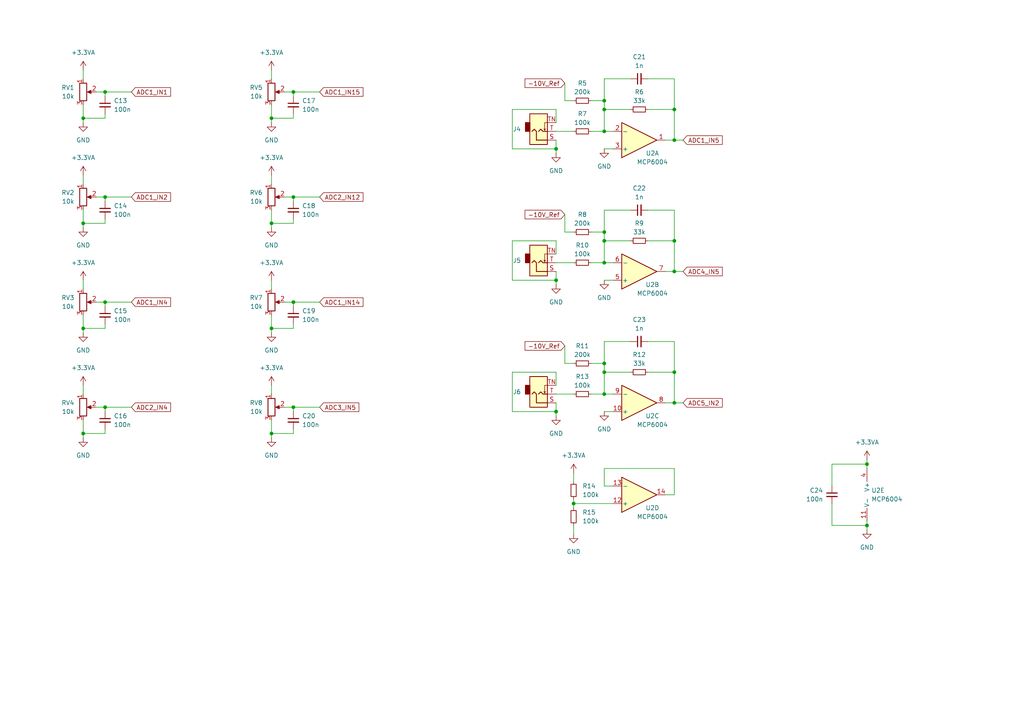
<source format=kicad_sch>
(kicad_sch (version 20230121) (generator eeschema)
  (paper "A4")
  (title_block (title "STM32 Analog Breakout") (date "2024-01-17") (rev "A"))
  (lib_symbols
    (symbol "Amplifier_Operational:MCP6004" (pin_names (offset 0.127))
      (property "Reference" "U" (at 0 5.08 0))
      (property "Value" "MCP6004" (at 0 -5.08 0))
      (symbol "MCP6004_1_1"
        (polyline (pts (xy -5.08 5.08) (xy 5.08 0) (xy -5.08 -5.08) (xy -5.08 5.08)) (stroke (width 0.254)) (fill (type background)))
        (pin output line (at 7.62 0 180) (length 2.54) (name "~") (number "1"))
        (pin input line (at -7.62 -2.54 0) (length 2.54) (name "-") (number "2"))
        (pin input line (at -7.62 2.54 0) (length 2.54) (name "+") (number "3"))
      )
      (symbol "MCP6004_2_1"
        (polyline (pts (xy -5.08 5.08) (xy 5.08 0) (xy -5.08 -5.08) (xy -5.08 5.08)) (stroke (width 0.254)) (fill (type background)))
        (pin input line (at -7.62 2.54 0) (length 2.54) (name "+") (number "5"))
        (pin input line (at -7.62 -2.54 0) (length 2.54) (name "-") (number "6"))
        (pin output line (at 7.62 0 180) (length 2.54) (name "~") (number "7"))
      )
      (symbol "MCP6004_3_1"
        (polyline (pts (xy -5.08 5.08) (xy 5.08 0) (xy -5.08 -5.08) (xy -5.08 5.08)) (stroke (width 0.254)) (fill (type background)))
        (pin input line (at -7.62 2.54 0) (length 2.54) (name "+") (number "10"))
        (pin output line (at 7.62 0 180) (length 2.54) (name "~") (number "8"))
        (pin input line (at -7.62 -2.54 0) (length 2.54) (name "-") (number "9"))
      )
      (symbol "MCP6004_4_1"
        (polyline (pts (xy -5.08 5.08) (xy 5.08 0) (xy -5.08 -5.08) (xy -5.08 5.08)) (stroke (width 0.254)) (fill (type background)))
        (pin input line (at -7.62 2.54 0) (length 2.54) (name "+") (number "12"))
        (pin input line (at -7.62 -2.54 0) (length 2.54) (name "-") (number "13"))
        (pin output line (at 7.62 0 180) (length 2.54) (name "~") (number "14"))
      )
      (symbol "MCP6004_5_1"
        (pin power_in line (at -2.54 -7.62 90) (length 3.81) (name "V-") (number "11"))
        (pin power_in line (at -2.54 7.62 270) (length 3.81) (name "V+") (number "4"))
      )
    )
    (symbol "Connector_Audio:AudioJack2_SwitchT"
      (property "Reference" "J" (at 0 8.89 0))
      (property "Value" "AudioJack2_SwitchT" (at 0 6.35 0))
      (symbol "AudioJack2_SwitchT_0_1"
        (rectangle (start -2.54 0) (end -3.81 -2.54) (stroke (width 0.254)) (fill (type outline)))
        (polyline (pts (xy 1.778 -0.254) (xy 2.032 -0.762)))
        (polyline (pts (xy 0 0) (xy 0.635 -0.635) (xy 1.27 0) (xy 2.54 0)) (stroke (width 0.254)))
        (polyline (pts (xy 2.54 -2.54) (xy 1.778 -2.54) (xy 1.778 -0.254) (xy 1.524 -0.762)))
        (polyline (pts (xy 2.54 2.54) (xy -0.635 2.54) (xy -0.635 0) (xy -1.27 -0.635) (xy -1.905 0)) (stroke (width 0.254)))
        (rectangle (start 2.54 3.81) (end -2.54 -5.08) (stroke (width 0.254)) (fill (type background)))
      )
      (symbol "AudioJack2_SwitchT_1_1"
        (pin passive line (at 5.08 2.54 180) (length 2.54) (name "~") (number "S"))
        (pin passive line (at 5.08 0 180) (length 2.54) (name "~") (number "T"))
        (pin passive line (at 5.08 -2.54 180) (length 2.54) (name "~") (number "TN"))
      )
    )
    (symbol "Device:C_Small" (pin_numbers hide) (pin_names (offset 0.254) hide)
      (property "Reference" "C" (at 0.254 1.778 0))
      (property "Value" "C_Small" (at 0.254 -2.032 0))
      (symbol "C_Small_0_1"
        (polyline (pts (xy -1.524 -0.508) (xy 1.524 -0.508)) (stroke (width 0.3302)))
        (polyline (pts (xy -1.524 0.508) (xy 1.524 0.508)) (stroke (width 0.3048)))
      )
      (symbol "C_Small_1_1"
        (pin passive line (at 0 2.54 270) (length 2.032) (name "~") (number "1"))
        (pin passive line (at 0 -2.54 90) (length 2.032) (name "~") (number "2"))
      )
    )
    (symbol "Device:R_Potentiometer" (pin_names (offset 1.016) hide)
      (property "Reference" "RV" (at -4.445 0 90))
      (property "Value" "R_Potentiometer" (at -2.54 0 90))
      (symbol "R_Potentiometer_0_1"
        (polyline (pts (xy 2.54 0) (xy 1.524 0)))
        (polyline (pts (xy 1.143 0) (xy 2.286 0.508) (xy 2.286 -0.508) (xy 1.143 0)) (fill (type outline)))
        (rectangle (start 1.016 2.54) (end -1.016 -2.54) (stroke (width 0.254)))
      )
      (symbol "R_Potentiometer_1_1"
        (pin passive line (at 0 3.81 270) (length 1.27) (name "1") (number "1"))
        (pin passive line (at 3.81 0 180) (length 1.27) (name "2") (number "2"))
        (pin passive line (at 0 -3.81 90) (length 1.27) (name "3") (number "3"))
      )
    )
    (symbol "Device:R_Small" (pin_numbers hide) (pin_names (offset 0.254) hide)
      (property "Reference" "R" (at 0.762 0.508 0))
      (property "Value" "R_Small" (at 0.762 -1.016 0))
      (symbol "R_Small_0_1"
        (rectangle (start -0.762 1.778) (end 0.762 -1.778) (stroke (width 0.2032)))
      )
      (symbol "R_Small_1_1"
        (pin passive line (at 0 2.54 270) (length 0.762) (name "~") (number "1"))
        (pin passive line (at 0 -2.54 90) (length 0.762) (name "~") (number "2"))
      )
    )
    (symbol "power:+3.3VA" (power) (pin_names (offset 0))
      (property "Value" "+3.3VA" (at 0 3.556 0))
      (symbol "+3.3VA_0_1"
        (polyline (pts (xy -0.762 1.27) (xy 0 2.54)))
        (polyline (pts (xy 0 0) (xy 0 2.54)))
        (polyline (pts (xy 0 2.54) (xy 0.762 1.27)))
      )
      (symbol "+3.3VA_1_1"
        (pin power_in line (at 0 0 90) (length 0) hide (name "+3.3VA") (number "1"))
      )
    )
    (symbol "power:GND" (power) (pin_names (offset 0))
      (property "Value" "GND" (at 0 -3.81 0))
      (symbol "GND_0_1"
        (polyline (pts (xy 0 0) (xy 0 -1.27) (xy 1.27 -1.27) (xy 0 -2.54) (xy -1.27 -1.27) (xy 0 -1.27)))
      )
      (symbol "GND_1_1"
        (pin power_in line (at 0 0 270) (length 0) hide (name "GND") (number "1"))
      )
    )
  )
  (junction (at 161.29 119.38))
  (junction (at 195.58 69.85))
  (junction (at 175.26 29.21))
  (junction (at 161.29 43.18))
  (junction (at 30.48 57.15))
  (junction (at 85.09 26.67))
  (junction (at 78.74 95.25))
  (junction (at 175.26 31.75))
  (junction (at 175.26 107.95))
  (junction (at 161.29 81.28))
  (junction (at 195.58 107.95))
  (junction (at 195.58 116.84))
  (junction (at 195.58 40.64))
  (junction (at 85.09 57.15))
  (junction (at 195.58 78.74))
  (junction (at 175.26 67.31))
  (junction (at 78.74 125.73))
  (junction (at 30.48 118.11))
  (junction (at 251.46 134.62))
  (junction (at 30.48 26.67))
  (junction (at 175.26 114.3))
  (junction (at 24.13 34.29))
  (junction (at 166.37 146.05))
  (junction (at 175.26 105.41))
  (junction (at 175.26 76.2))
  (junction (at 24.13 64.77))
  (junction (at 30.48 87.63))
  (junction (at 78.74 34.29))
  (junction (at 175.26 38.1))
  (junction (at 85.09 87.63))
  (junction (at 85.09 118.11))
  (junction (at 24.13 125.73))
  (junction (at 175.26 69.85))
  (junction (at 24.13 95.25))
  (junction (at 195.58 31.75))
  (junction (at 78.74 64.77))
  (junction (at 251.46 152.4))
  (wire (pts (xy 175.26 69.85) (xy 182.88 69.85)))
  (wire (pts (xy 251.46 133.35) (xy 251.46 134.62)))
  (wire (pts (xy 24.13 50.8) (xy 24.13 53.34)))
  (wire (pts (xy 161.29 31.75) (xy 148.59 31.75)))
  (wire (pts (xy 195.58 40.64) (xy 198.12 40.64)))
  (wire (pts (xy 175.26 140.97) (xy 175.26 135.89)))
  (wire (pts (xy 24.13 30.48) (xy 24.13 34.29)))
  (wire (pts (xy 24.13 91.44) (xy 24.13 95.25)))
  (wire (pts (xy 175.26 135.89) (xy 195.58 135.89)))
  (wire (pts (xy 166.37 137.16) (xy 166.37 139.7)))
  (wire (pts (xy 195.58 116.84) (xy 193.04 116.84)))
  (wire (pts (xy 85.09 125.73) (xy 78.74 125.73)))
  (wire (pts (xy 30.48 125.73) (xy 24.13 125.73)))
  (wire (pts (xy 30.48 64.77) (xy 24.13 64.77)))
  (wire (pts (xy 148.59 31.75) (xy 148.59 43.18)))
  (wire (pts (xy 161.29 44.45) (xy 161.29 43.18)))
  (wire (pts (xy 24.13 125.73) (xy 24.13 127)))
  (wire (pts (xy 175.26 60.96) (xy 175.26 67.31)))
  (wire (pts (xy 163.83 67.31) (xy 166.37 67.31)))
  (wire (pts (xy 30.48 95.25) (xy 24.13 95.25)))
  (wire (pts (xy 85.09 63.5) (xy 85.09 64.77)))
  (wire (pts (xy 82.55 118.11) (xy 85.09 118.11)))
  (wire (pts (xy 30.48 57.15) (xy 30.48 58.42)))
  (wire (pts (xy 241.3 134.62) (xy 251.46 134.62)))
  (wire (pts (xy 30.48 118.11) (xy 30.48 119.38)))
  (wire (pts (xy 187.96 31.75) (xy 195.58 31.75)))
  (wire (pts (xy 195.58 31.75) (xy 195.58 40.64)))
  (wire (pts (xy 175.26 69.85) (xy 175.26 76.2)))
  (wire (pts (xy 161.29 40.64) (xy 161.29 43.18)))
  (wire (pts (xy 85.09 57.15) (xy 85.09 58.42)))
  (wire (pts (xy 163.83 62.23) (xy 163.83 67.31)))
  (wire (pts (xy 161.29 69.85) (xy 148.59 69.85)))
  (wire (pts (xy 78.74 121.92) (xy 78.74 125.73)))
  (wire (pts (xy 161.29 38.1) (xy 166.37 38.1)))
  (wire (pts (xy 187.96 60.96) (xy 195.58 60.96)))
  (wire (pts (xy 163.83 100.33) (xy 163.83 105.41)))
  (wire (pts (xy 161.29 78.74) (xy 161.29 81.28)))
  (wire (pts (xy 187.96 22.86) (xy 195.58 22.86)))
  (wire (pts (xy 175.26 105.41) (xy 175.26 107.95)))
  (wire (pts (xy 195.58 40.64) (xy 193.04 40.64)))
  (wire (pts (xy 78.74 81.28) (xy 78.74 83.82)))
  (wire (pts (xy 175.26 31.75) (xy 175.26 38.1)))
  (wire (pts (xy 195.58 60.96) (xy 195.58 69.85)))
  (wire (pts (xy 85.09 93.98) (xy 85.09 95.25)))
  (wire (pts (xy 24.13 111.76) (xy 24.13 114.3)))
  (wire (pts (xy 78.74 60.96) (xy 78.74 64.77)))
  (wire (pts (xy 27.94 26.67) (xy 30.48 26.67)))
  (wire (pts (xy 175.26 67.31) (xy 175.26 69.85)))
  (wire (pts (xy 195.58 78.74) (xy 198.12 78.74)))
  (wire (pts (xy 175.26 29.21) (xy 175.26 31.75)))
  (wire (pts (xy 175.26 76.2) (xy 177.8 76.2)))
  (wire (pts (xy 30.48 34.29) (xy 24.13 34.29)))
  (wire (pts (xy 148.59 119.38) (xy 161.29 119.38)))
  (wire (pts (xy 241.3 146.05) (xy 241.3 152.4)))
  (wire (pts (xy 171.45 67.31) (xy 175.26 67.31)))
  (wire (pts (xy 78.74 50.8) (xy 78.74 53.34)))
  (wire (pts (xy 195.58 22.86) (xy 195.58 31.75)))
  (wire (pts (xy 161.29 120.65) (xy 161.29 119.38)))
  (wire (pts (xy 175.26 114.3) (xy 177.8 114.3)))
  (wire (pts (xy 30.48 26.67) (xy 30.48 27.94)))
  (wire (pts (xy 175.26 38.1) (xy 177.8 38.1)))
  (wire (pts (xy 195.58 69.85) (xy 195.58 78.74)))
  (wire (pts (xy 78.74 111.76) (xy 78.74 114.3)))
  (wire (pts (xy 78.74 125.73) (xy 78.74 127)))
  (wire (pts (xy 85.09 34.29) (xy 78.74 34.29)))
  (wire (pts (xy 161.29 116.84) (xy 161.29 119.38)))
  (wire (pts (xy 78.74 91.44) (xy 78.74 95.25)))
  (wire (pts (xy 85.09 95.25) (xy 78.74 95.25)))
  (wire (pts (xy 148.59 69.85) (xy 148.59 81.28)))
  (wire (pts (xy 82.55 87.63) (xy 85.09 87.63)))
  (wire (pts (xy 175.26 22.86) (xy 175.26 29.21)))
  (wire (pts (xy 148.59 43.18) (xy 161.29 43.18)))
  (wire (pts (xy 78.74 20.32) (xy 78.74 22.86)))
  (wire (pts (xy 30.48 118.11) (xy 38.1 118.11)))
  (wire (pts (xy 161.29 82.55) (xy 161.29 81.28)))
  (wire (pts (xy 251.46 151.13) (xy 251.46 152.4)))
  (wire (pts (xy 171.45 105.41) (xy 175.26 105.41)))
  (wire (pts (xy 161.29 107.95) (xy 148.59 107.95)))
  (wire (pts (xy 166.37 146.05) (xy 177.8 146.05)))
  (wire (pts (xy 171.45 29.21) (xy 175.26 29.21)))
  (wire (pts (xy 166.37 152.4) (xy 166.37 154.94)))
  (wire (pts (xy 85.09 33.02) (xy 85.09 34.29)))
  (wire (pts (xy 163.83 105.41) (xy 166.37 105.41)))
  (wire (pts (xy 161.29 111.76) (xy 161.29 107.95)))
  (wire (pts (xy 163.83 29.21) (xy 166.37 29.21)))
  (wire (pts (xy 24.13 60.96) (xy 24.13 64.77)))
  (wire (pts (xy 85.09 64.77) (xy 78.74 64.77)))
  (wire (pts (xy 78.74 95.25) (xy 78.74 96.52)))
  (wire (pts (xy 187.96 99.06) (xy 195.58 99.06)))
  (wire (pts (xy 163.83 24.13) (xy 163.83 29.21)))
  (wire (pts (xy 175.26 43.18) (xy 177.8 43.18)))
  (wire (pts (xy 251.46 152.4) (xy 251.46 153.67)))
  (wire (pts (xy 78.74 34.29) (xy 78.74 35.56)))
  (wire (pts (xy 195.58 107.95) (xy 195.58 116.84)))
  (wire (pts (xy 195.58 78.74) (xy 193.04 78.74)))
  (wire (pts (xy 182.88 22.86) (xy 175.26 22.86)))
  (wire (pts (xy 187.96 69.85) (xy 195.58 69.85)))
  (wire (pts (xy 148.59 81.28) (xy 161.29 81.28)))
  (wire (pts (xy 182.88 60.96) (xy 175.26 60.96)))
  (wire (pts (xy 175.26 107.95) (xy 182.88 107.95)))
  (wire (pts (xy 85.09 124.46) (xy 85.09 125.73)))
  (wire (pts (xy 24.13 121.92) (xy 24.13 125.73)))
  (wire (pts (xy 241.3 152.4) (xy 251.46 152.4)))
  (wire (pts (xy 27.94 57.15) (xy 30.48 57.15)))
  (wire (pts (xy 30.48 57.15) (xy 38.1 57.15)))
  (wire (pts (xy 24.13 34.29) (xy 24.13 35.56)))
  (wire (pts (xy 30.48 124.46) (xy 30.48 125.73)))
  (wire (pts (xy 24.13 81.28) (xy 24.13 83.82)))
  (wire (pts (xy 85.09 87.63) (xy 85.09 88.9)))
  (wire (pts (xy 85.09 118.11) (xy 85.09 119.38)))
  (wire (pts (xy 175.26 31.75) (xy 182.88 31.75)))
  (wire (pts (xy 187.96 107.95) (xy 195.58 107.95)))
  (wire (pts (xy 78.74 64.77) (xy 78.74 66.04)))
  (wire (pts (xy 175.26 81.28) (xy 177.8 81.28)))
  (wire (pts (xy 82.55 57.15) (xy 85.09 57.15)))
  (wire (pts (xy 85.09 26.67) (xy 85.09 27.94)))
  (wire (pts (xy 177.8 140.97) (xy 175.26 140.97)))
  (wire (pts (xy 24.13 64.77) (xy 24.13 66.04)))
  (wire (pts (xy 30.48 26.67) (xy 38.1 26.67)))
  (wire (pts (xy 166.37 144.78) (xy 166.37 146.05)))
  (wire (pts (xy 30.48 87.63) (xy 38.1 87.63)))
  (wire (pts (xy 85.09 26.67) (xy 92.71 26.67)))
  (wire (pts (xy 27.94 87.63) (xy 30.48 87.63)))
  (wire (pts (xy 195.58 135.89) (xy 195.58 143.51)))
  (wire (pts (xy 171.45 38.1) (xy 175.26 38.1)))
  (wire (pts (xy 85.09 118.11) (xy 92.71 118.11)))
  (wire (pts (xy 82.55 26.67) (xy 85.09 26.67)))
  (wire (pts (xy 195.58 116.84) (xy 198.12 116.84)))
  (wire (pts (xy 175.26 99.06) (xy 175.26 105.41)))
  (wire (pts (xy 161.29 73.66) (xy 161.29 69.85)))
  (wire (pts (xy 30.48 93.98) (xy 30.48 95.25)))
  (wire (pts (xy 175.26 119.38) (xy 177.8 119.38)))
  (wire (pts (xy 166.37 146.05) (xy 166.37 147.32)))
  (wire (pts (xy 30.48 63.5) (xy 30.48 64.77)))
  (wire (pts (xy 161.29 76.2) (xy 166.37 76.2)))
  (wire (pts (xy 85.09 87.63) (xy 92.71 87.63)))
  (wire (pts (xy 195.58 99.06) (xy 195.58 107.95)))
  (wire (pts (xy 195.58 143.51) (xy 193.04 143.51)))
  (wire (pts (xy 30.48 33.02) (xy 30.48 34.29)))
  (wire (pts (xy 171.45 114.3) (xy 175.26 114.3)))
  (wire (pts (xy 85.09 57.15) (xy 92.71 57.15)))
  (wire (pts (xy 161.29 114.3) (xy 166.37 114.3)))
  (wire (pts (xy 251.46 134.62) (xy 251.46 135.89)))
  (wire (pts (xy 175.26 107.95) (xy 175.26 114.3)))
  (wire (pts (xy 78.74 30.48) (xy 78.74 34.29)))
  (wire (pts (xy 171.45 76.2) (xy 175.26 76.2)))
  (wire (pts (xy 24.13 20.32) (xy 24.13 22.86)))
  (wire (pts (xy 161.29 35.56) (xy 161.29 31.75)))
  (wire (pts (xy 241.3 140.97) (xy 241.3 134.62)))
  (wire (pts (xy 30.48 87.63) (xy 30.48 88.9)))
  (wire (pts (xy 27.94 118.11) (xy 30.48 118.11)))
  (wire (pts (xy 24.13 95.25) (xy 24.13 96.52)))
  (wire (pts (xy 182.88 99.06) (xy 175.26 99.06)))
  (wire (pts (xy 148.59 107.95) (xy 148.59 119.38)))
  (global_label "ADC1_IN4" (shape input) (at 38.1 87.63 0) (property "Intersheetrefs" "${INTERSHEET_REFS}" (effects hide)))
  (global_label "ADC1_IN2" (shape input) (at 38.1 57.15 0) (property "Intersheetrefs" "${INTERSHEET_REFS}" (effects hide)))
  (global_label "ADC1_IN5" (shape input) (at 198.12 40.64 0) (property "Intersheetrefs" "${INTERSHEET_REFS}" (effects hide)))
  (global_label "ADC4_IN5" (shape input) (at 198.12 78.74 0) (property "Intersheetrefs" "${INTERSHEET_REFS}" (effects hide)))
  (global_label "ADC5_IN2" (shape input) (at 198.12 116.84 0) (property "Intersheetrefs" "${INTERSHEET_REFS}" (effects hide)))
  (global_label "-10V_Ref" (shape input) (at 163.83 62.23 180) (property "Intersheetrefs" "${INTERSHEET_REFS}" (effects hide)))
  (global_label "ADC2_IN4" (shape input) (at 38.1 118.11 0) (property "Intersheetrefs" "${INTERSHEET_REFS}" (effects hide)))
  (global_label "ADC1_IN1" (shape input) (at 38.1 26.67 0) (property "Intersheetrefs" "${INTERSHEET_REFS}" (effects hide)))
  (global_label "-10V_Ref" (shape input) (at 163.83 24.13 180) (property "Intersheetrefs" "${INTERSHEET_REFS}" (effects hide)))
  (global_label "ADC1_IN14" (shape input) (at 92.71 87.63 0) (property "Intersheetrefs" "${INTERSHEET_REFS}" (effects hide)))
  (global_label "ADC3_IN5" (shape input) (at 92.71 118.11 0) (property "Intersheetrefs" "${INTERSHEET_REFS}" (effects hide)))
  (global_label "ADC2_IN12" (shape input) (at 92.71 57.15 0) (property "Intersheetrefs" "${INTERSHEET_REFS}" (effects hide)))
  (global_label "ADC1_IN15" (shape input) (at 92.71 26.67 0) (property "Intersheetrefs" "${INTERSHEET_REFS}" (effects hide)))
  (global_label "-10V_Ref" (shape input) (at 163.83 100.33 180) (property "Intersheetrefs" "${INTERSHEET_REFS}" (effects hide)))
  (symbol (lib_id "Device:C_Small") (at 30.48 91.44 0) (unit 1)
    (property "Reference" "C15" (at 33.02 90.1763 0) (effects (justify left)))
    (property "Value" "100n" (at 33.02 92.7163 0) (effects (justify left)))
    (property "Footprint" "Capacitor_SMD:C_0805_2012Metric_Pad1.18x1.45mm_HandSolder" (effects hide))
  )
  (symbol (lib_id "Device:R_Small") (at 185.42 107.95 90) (unit 1)
    (property "Reference" "R12" (at 185.42 102.87 90))
    (property "Value" "33k" (at 185.42 105.41 90))
    (property "Footprint" "Resistor_SMD:R_0805_2012Metric_Pad1.20x1.40mm_HandSolder" (effects hide))
  )
  (symbol (lib_id "Device:C_Small") (at 185.42 22.86 90) (unit 1)
    (property "Reference" "C21" (at 185.4263 16.51 90))
    (property "Value" "1n" (at 185.4263 19.05 90))
    (property "Footprint" "Capacitor_SMD:C_0805_2012Metric_Pad1.18x1.45mm_HandSolder" (effects hide))
  )
  (symbol (lib_id "power:GND") (at 175.26 43.18 0) (unit 1)
    (property "Reference" "#PWR0142" (effects hide))
    (property "Value" "GND" (at 175.26 48.26 0))
  )
  (symbol (lib_id "Device:R_Small") (at 166.37 149.86 180) (unit 1)
    (property "Reference" "R15" (at 168.91 148.59 0) (effects (justify right)))
    (property "Value" "100k" (at 168.91 151.13 0) (effects (justify right)))
    (property "Footprint" "Resistor_SMD:R_0805_2012Metric_Pad1.20x1.40mm_HandSolder" (effects hide))
  )
  (symbol (lib_id "power:GND") (at 161.29 82.55 0) (unit 1)
    (property "Reference" "#PWR0121" (effects hide))
    (property "Value" "GND" (at 161.29 87.63 0))
  )
  (symbol (lib_id "power:GND") (at 78.74 35.56 0) (unit 1)
    (property "Reference" "#PWR0132" (effects hide))
    (property "Value" "GND" (at 78.74 40.64 0))
  )
  (symbol (lib_id "Device:C_Small") (at 185.42 60.96 90) (unit 1)
    (property "Reference" "C22" (at 185.4263 54.61 90))
    (property "Value" "1n" (at 185.4263 57.15 90))
    (property "Footprint" "Capacitor_SMD:C_0805_2012Metric_Pad1.18x1.45mm_HandSolder" (effects hide))
  )
  (symbol (lib_id "Device:R_Small") (at 185.42 69.85 90) (unit 1)
    (property "Reference" "R9" (at 185.42 64.77 90))
    (property "Value" "33k" (at 185.42 67.31 90))
    (property "Footprint" "Resistor_SMD:R_0805_2012Metric_Pad1.20x1.40mm_HandSolder" (effects hide))
  )
  (symbol (lib_id "power:GND") (at 24.13 127 0) (unit 1)
    (property "Reference" "#PWR0139" (effects hide))
    (property "Value" "GND" (at 24.13 132.08 0))
  )
  (symbol (lib_id "Device:R_Potentiometer") (at 78.74 118.11 0) (unit 1)
    (property "Reference" "RV8" (at 76.2 116.84 0) (effects (justify right)))
    (property "Value" "10k" (at 76.2 119.38 0) (effects (justify right)))
    (property "Footprint" "Potentiometer_THT:Potentiometer_Alpha_RD901F-40-00D_Single_Vertical" (effects hide))
  )
  (symbol (lib_id "Device:R_Potentiometer") (at 78.74 26.67 0) (unit 1)
    (property "Reference" "RV5" (at 76.2 25.4 0) (effects (justify right)))
    (property "Value" "10k" (at 76.2 27.94 0) (effects (justify right)))
    (property "Footprint" "Potentiometer_THT:Potentiometer_Alpha_RD901F-40-00D_Single_Vertical" (effects hide))
  )
  (symbol (lib_id "Device:R_Small") (at 168.91 38.1 90) (unit 1)
    (property "Reference" "R7" (at 168.91 33.02 90))
    (property "Value" "100k" (at 168.91 35.56 90))
    (property "Footprint" "Resistor_SMD:R_0805_2012Metric_Pad1.20x1.40mm_HandSolder" (effects hide))
  )
  (symbol (lib_id "Device:R_Potentiometer") (at 24.13 57.15 0) (unit 1)
    (property "Reference" "RV2" (at 21.59 55.88 0) (effects (justify right)))
    (property "Value" "10k" (at 21.59 58.42 0) (effects (justify right)))
    (property "Footprint" "Potentiometer_THT:Potentiometer_Alpha_RD901F-40-00D_Single_Vertical" (effects hide))
  )
  (symbol (lib_id "Device:R_Small") (at 168.91 114.3 90) (unit 1)
    (property "Reference" "R13" (at 168.91 109.22 90))
    (property "Value" "100k" (at 168.91 111.76 90))
    (property "Footprint" "Resistor_SMD:R_0805_2012Metric_Pad1.20x1.40mm_HandSolder" (effects hide))
  )
  (symbol (lib_id "Amplifier_Operational:MCP6004") (at 185.42 40.64 0) (mirror x) (unit 1)
    (property "Reference" "U2" (at 189.23 44.45 0))
    (property "Value" "MCP6004" (at 189.23 46.99 0))
    (property "Footprint" "Package_SO:SOIC-14_3.9x8.7mm_P1.27mm" (effects hide))
    (property "Datasheet" "http://ww1.microchip.com/downloads/en/DeviceDoc/21733j.pdf" (effects hide))
  )
  (symbol (lib_id "power:+3.3VA") (at 251.46 133.35 0) (unit 1)
    (property "Reference" "#PWR0146" (effects hide))
    (property "Value" "+3.3VA" (at 251.46 128.27 0))
  )
  (symbol (lib_id "Device:R_Potentiometer") (at 78.74 57.15 0) (unit 1)
    (property "Reference" "RV6" (at 76.2 55.88 0) (effects (justify right)))
    (property "Value" "10k" (at 76.2 58.42 0) (effects (justify right)))
    (property "Footprint" "Potentiometer_THT:Potentiometer_Alpha_RD901F-40-00D_Single_Vertical" (effects hide))
  )
  (symbol (lib_id "power:GND") (at 161.29 44.45 0) (unit 1)
    (property "Reference" "#PWR0140" (effects hide))
    (property "Value" "GND" (at 161.29 49.53 0))
  )
  (symbol (lib_id "power:GND") (at 24.13 96.52 0) (unit 1)
    (property "Reference" "#PWR0136" (effects hide))
    (property "Value" "GND" (at 24.13 101.6 0))
  )
  (symbol (lib_id "Device:R_Potentiometer") (at 24.13 118.11 0) (unit 1)
    (property "Reference" "RV4" (at 21.59 116.84 0) (effects (justify right)))
    (property "Value" "10k" (at 21.59 119.38 0) (effects (justify right)))
    (property "Footprint" "Potentiometer_THT:Potentiometer_Alpha_RD901F-40-00D_Single_Vertical" (effects hide))
  )
  (symbol (lib_id "Device:C_Small") (at 185.42 99.06 90) (unit 1)
    (property "Reference" "C23" (at 185.4263 92.71 90))
    (property "Value" "1n" (at 185.4263 95.25 90))
    (property "Footprint" "Capacitor_SMD:C_0805_2012Metric_Pad1.18x1.45mm_HandSolder" (effects hide))
  )
  (symbol (lib_id "power:+3.3VA") (at 24.13 20.32 0) (unit 1)
    (property "Reference" "#PWR0135" (effects hide))
    (property "Value" "+3.3VA" (at 24.13 15.24 0))
  )
  (symbol (lib_id "power:GND") (at 78.74 127 0) (unit 1)
    (property "Reference" "#PWR0147" (effects hide))
    (property "Value" "GND" (at 78.74 132.08 0))
  )
  (symbol (lib_id "power:GND") (at 24.13 35.56 0) (unit 1)
    (property "Reference" "#PWR0128" (effects hide))
    (property "Value" "GND" (at 24.13 40.64 0))
  )
  (symbol (lib_id "Amplifier_Operational:MCP6004") (at 185.42 143.51 0) (mirror x) (unit 4)
    (property "Reference" "U2" (at 189.23 147.32 0))
    (property "Value" "MCP6004" (at 189.23 149.86 0))
    (property "Footprint" "Package_SO:SOIC-14_3.9x8.7mm_P1.27mm" (effects hide))
    (property "Datasheet" "http://ww1.microchip.com/downloads/en/DeviceDoc/21733j.pdf" (effects hide))
  )
  (symbol (lib_id "Amplifier_Operational:MCP6004") (at 185.42 116.84 0) (mirror x) (unit 3)
    (property "Reference" "U2" (at 189.23 120.65 0))
    (property "Value" "MCP6004" (at 189.23 123.19 0))
    (property "Footprint" "Package_SO:SOIC-14_3.9x8.7mm_P1.27mm" (effects hide))
    (property "Datasheet" "http://ww1.microchip.com/downloads/en/DeviceDoc/21733j.pdf" (effects hide))
  )
  (symbol (lib_id "Connector_Audio:AudioJack2_SwitchT") (at 156.21 114.3 0) (mirror x) (unit 1)
    (property "Reference" "J6" (at 151.13 113.665 0) (effects (justify right)))
    (property "Value" "AudioJack2_SwitchT" (effects hide))
    (property "Footprint" "davidstalnaker:Jack_3.5mm_Thonkiconn_Tight" (effects hide))
  )
  (symbol (lib_id "Device:R_Small") (at 166.37 142.24 180) (unit 1)
    (property "Reference" "R14" (at 168.91 140.97 0) (effects (justify right)))
    (property "Value" "100k" (at 168.91 143.51 0) (effects (justify right)))
    (property "Footprint" "Resistor_SMD:R_0805_2012Metric_Pad1.20x1.40mm_HandSolder" (effects hide))
  )
  (symbol (lib_id "Device:C_Small") (at 85.09 60.96 0) (unit 1)
    (property "Reference" "C18" (at 87.63 59.6963 0) (effects (justify left)))
    (property "Value" "100n" (at 87.63 62.2363 0) (effects (justify left)))
    (property "Footprint" "Capacitor_SMD:C_0805_2012Metric_Pad1.18x1.45mm_HandSolder" (effects hide))
  )
  (symbol (lib_id "Device:R_Potentiometer") (at 78.74 87.63 0) (unit 1)
    (property "Reference" "RV7" (at 76.2 86.36 0) (effects (justify right)))
    (property "Value" "10k" (at 76.2 88.9 0) (effects (justify right)))
    (property "Footprint" "Potentiometer_THT:Potentiometer_Alpha_RD901F-40-00D_Single_Vertical" (effects hide))
  )
  (symbol (lib_id "power:GND") (at 161.29 120.65 0) (unit 1)
    (property "Reference" "#PWR0123" (effects hide))
    (property "Value" "GND" (at 161.29 125.73 0))
  )
  (symbol (lib_id "Device:C_Small") (at 30.48 121.92 0) (unit 1)
    (property "Reference" "C16" (at 33.02 120.6563 0) (effects (justify left)))
    (property "Value" "100n" (at 33.02 123.1963 0) (effects (justify left)))
    (property "Footprint" "Capacitor_SMD:C_0805_2012Metric_Pad1.18x1.45mm_HandSolder" (effects hide))
  )
  (symbol (lib_id "Connector_Audio:AudioJack2_SwitchT") (at 156.21 76.2 0) (mirror x) (unit 1)
    (property "Reference" "J5" (at 151.13 75.565 0) (effects (justify right)))
    (property "Value" "AudioJack2_SwitchT" (effects hide))
    (property "Footprint" "davidstalnaker:Jack_3.5mm_Thonkiconn_Tight" (effects hide))
  )
  (symbol (lib_id "power:+3.3VA") (at 78.74 20.32 0) (unit 1)
    (property "Reference" "#PWR0134" (effects hide))
    (property "Value" "+3.3VA" (at 78.74 15.24 0))
  )
  (symbol (lib_id "Amplifier_Operational:MCP6004") (at 254 143.51 0) (unit 5)
    (property "Reference" "U2" (at 252.73 142.24 0) (effects (justify left)))
    (property "Value" "MCP6004" (at 252.73 144.78 0) (effects (justify left)))
    (property "Footprint" "Package_SO:SOIC-14_3.9x8.7mm_P1.27mm" (effects hide))
    (property "Datasheet" "http://ww1.microchip.com/downloads/en/DeviceDoc/21733j.pdf" (effects hide))
  )
  (symbol (lib_id "Device:C_Small") (at 85.09 30.48 0) (unit 1)
    (property "Reference" "C17" (at 87.63 29.2163 0) (effects (justify left)))
    (property "Value" "100n" (at 87.63 31.7563 0) (effects (justify left)))
    (property "Footprint" "Capacitor_SMD:C_0805_2012Metric_Pad1.18x1.45mm_HandSolder" (effects hide))
  )
  (symbol (lib_id "Device:R_Small") (at 168.91 29.21 90) (unit 1)
    (property "Reference" "R5" (at 168.91 24.13 90))
    (property "Value" "200k" (at 168.91 26.67 90))
    (property "Footprint" "Resistor_SMD:R_0805_2012Metric_Pad1.20x1.40mm_HandSolder" (effects hide))
  )
  (symbol (lib_id "power:GND") (at 24.13 66.04 0) (unit 1)
    (property "Reference" "#PWR0133" (effects hide))
    (property "Value" "GND" (at 24.13 71.12 0))
  )
  (symbol (lib_id "power:+3.3VA") (at 78.74 111.76 0) (unit 1)
    (property "Reference" "#PWR0149" (effects hide))
    (property "Value" "+3.3VA" (at 78.74 106.68 0))
  )
  (symbol (lib_id "Device:R_Potentiometer") (at 24.13 87.63 0) (unit 1)
    (property "Reference" "RV3" (at 21.59 86.36 0) (effects (justify right)))
    (property "Value" "10k" (at 21.59 88.9 0) (effects (justify right)))
    (property "Footprint" "Potentiometer_THT:Potentiometer_Alpha_RD901F-40-00D_Single_Vertical" (effects hide))
  )
  (symbol (lib_id "Device:C_Small") (at 85.09 121.92 0) (unit 1)
    (property "Reference" "C20" (at 87.63 120.6563 0) (effects (justify left)))
    (property "Value" "100n" (at 87.63 123.1963 0) (effects (justify left)))
    (property "Footprint" "Capacitor_SMD:C_0805_2012Metric_Pad1.18x1.45mm_HandSolder" (effects hide))
  )
  (symbol (lib_id "power:+3.3VA") (at 78.74 81.28 0) (unit 1)
    (property "Reference" "#PWR0126" (effects hide))
    (property "Value" "+3.3VA" (at 78.74 76.2 0))
  )
  (symbol (lib_id "power:+3.3VA") (at 24.13 81.28 0) (unit 1)
    (property "Reference" "#PWR0138" (effects hide))
    (property "Value" "+3.3VA" (at 24.13 76.2 0))
  )
  (symbol (lib_id "power:GND") (at 175.26 119.38 0) (unit 1)
    (property "Reference" "#PWR0124" (effects hide))
    (property "Value" "GND" (at 175.26 124.46 0))
  )
  (symbol (lib_id "Amplifier_Operational:MCP6004") (at 185.42 78.74 0) (mirror x) (unit 2)
    (property "Reference" "U2" (at 189.23 82.55 0))
    (property "Value" "MCP6004" (at 189.23 85.09 0))
    (property "Footprint" "Package_SO:SOIC-14_3.9x8.7mm_P1.27mm" (effects hide))
    (property "Datasheet" "http://ww1.microchip.com/downloads/en/DeviceDoc/21733j.pdf" (effects hide))
  )
  (symbol (lib_id "Device:R_Potentiometer") (at 24.13 26.67 0) (unit 1)
    (property "Reference" "RV1" (at 21.59 25.4 0) (effects (justify right)))
    (property "Value" "10k" (at 21.59 27.94 0) (effects (justify right)))
    (property "Footprint" "Potentiometer_THT:Potentiometer_Alpha_RD901F-40-00D_Single_Vertical" (effects hide))
  )
  (symbol (lib_id "power:GND") (at 166.37 154.94 0) (unit 1)
    (property "Reference" "#PWR0145" (effects hide))
    (property "Value" "GND" (at 166.37 160.02 0))
  )
  (symbol (lib_id "power:GND") (at 78.74 96.52 0) (unit 1)
    (property "Reference" "#PWR0148" (effects hide))
    (property "Value" "GND" (at 78.74 101.6 0))
  )
  (symbol (lib_id "power:+3.3VA") (at 24.13 111.76 0) (unit 1)
    (property "Reference" "#PWR0137" (effects hide))
    (property "Value" "+3.3VA" (at 24.13 106.68 0))
  )
  (symbol (lib_id "Device:C_Small") (at 30.48 60.96 0) (unit 1)
    (property "Reference" "C14" (at 33.02 59.6963 0) (effects (justify left)))
    (property "Value" "100n" (at 33.02 62.2363 0) (effects (justify left)))
    (property "Footprint" "Capacitor_SMD:C_0805_2012Metric_Pad1.18x1.45mm_HandSolder" (effects hide))
  )
  (symbol (lib_id "Device:C_Small") (at 30.48 30.48 0) (unit 1)
    (property "Reference" "C13" (at 33.02 29.2163 0) (effects (justify left)))
    (property "Value" "100n" (at 33.02 31.7563 0) (effects (justify left)))
    (property "Footprint" "Capacitor_SMD:C_0805_2012Metric_Pad1.18x1.45mm_HandSolder" (effects hide))
  )
  (symbol (lib_id "Device:C_Small") (at 85.09 91.44 0) (unit 1)
    (property "Reference" "C19" (at 87.63 90.1763 0) (effects (justify left)))
    (property "Value" "100n" (at 87.63 92.7163 0) (effects (justify left)))
    (property "Footprint" "Capacitor_SMD:C_0805_2012Metric_Pad1.18x1.45mm_HandSolder" (effects hide))
  )
  (symbol (lib_id "power:+3.3VA") (at 166.37 137.16 0) (unit 1)
    (property "Reference" "#PWR0143" (effects hide))
    (property "Value" "+3.3VA" (at 166.37 132.08 0))
  )
  (symbol (lib_id "power:GND") (at 175.26 81.28 0) (unit 1)
    (property "Reference" "#PWR0122" (effects hide))
    (property "Value" "GND" (at 175.26 86.36 0))
  )
  (symbol (lib_id "Device:R_Small") (at 185.42 31.75 90) (unit 1)
    (property "Reference" "R6" (at 185.42 26.67 90))
    (property "Value" "33k" (at 185.42 29.21 90))
    (property "Footprint" "Resistor_SMD:R_0805_2012Metric_Pad1.20x1.40mm_HandSolder" (effects hide))
  )
  (symbol (lib_id "Connector_Audio:AudioJack2_SwitchT") (at 156.21 38.1 0) (mirror x) (unit 1)
    (property "Reference" "J4" (at 151.13 37.465 0) (effects (justify right)))
    (property "Value" "AudioJack2_SwitchT" (effects hide))
    (property "Footprint" "davidstalnaker:Jack_3.5mm_Thonkiconn_Tight" (effects hide))
  )
  (symbol (lib_id "power:+3.3VA") (at 78.74 50.8 0) (unit 1)
    (property "Reference" "#PWR0131" (effects hide))
    (property "Value" "+3.3VA" (at 78.74 45.72 0))
  )
  (symbol (lib_id "power:GND") (at 251.46 153.67 0) (unit 1)
    (property "Reference" "#PWR0144" (effects hide))
    (property "Value" "GND" (at 251.46 158.75 0))
  )
  (symbol (lib_id "power:+3.3VA") (at 24.13 50.8 0) (unit 1)
    (property "Reference" "#PWR0129" (effects hide))
    (property "Value" "+3.3VA" (at 24.13 45.72 0))
  )
  (symbol (lib_id "Device:R_Small") (at 168.91 76.2 90) (unit 1)
    (property "Reference" "R10" (at 168.91 71.12 90))
    (property "Value" "100k" (at 168.91 73.66 90))
    (property "Footprint" "Resistor_SMD:R_0805_2012Metric_Pad1.20x1.40mm_HandSolder" (effects hide))
  )
  (symbol (lib_id "Device:R_Small") (at 168.91 67.31 90) (unit 1)
    (property "Reference" "R8" (at 168.91 62.23 90))
    (property "Value" "200k" (at 168.91 64.77 90))
    (property "Footprint" "Resistor_SMD:R_0805_2012Metric_Pad1.20x1.40mm_HandSolder" (effects hide))
  )
  (symbol (lib_id "Device:R_Small") (at 168.91 105.41 90) (unit 1)
    (property "Reference" "R11" (at 168.91 100.33 90))
    (property "Value" "200k" (at 168.91 102.87 90))
    (property "Footprint" "Resistor_SMD:R_0805_2012Metric_Pad1.20x1.40mm_HandSolder" (effects hide))
  )
  (symbol (lib_id "Device:C_Small") (at 241.3 143.51 0) (mirror y) (unit 1)
    (property "Reference" "C24" (at 238.76 142.2463 0) (effects (justify left)))
    (property "Value" "100n" (at 238.76 144.7863 0) (effects (justify left)))
    (property "Footprint" "Capacitor_SMD:C_0805_2012Metric_Pad1.18x1.45mm_HandSolder" (effects hide))
  )
  (symbol (lib_id "power:GND") (at 78.74 66.04 0) (unit 1)
    (property "Reference" "#PWR0130" (effects hide))
    (property "Value" "GND" (at 78.74 71.12 0))
  )
)
</source>
